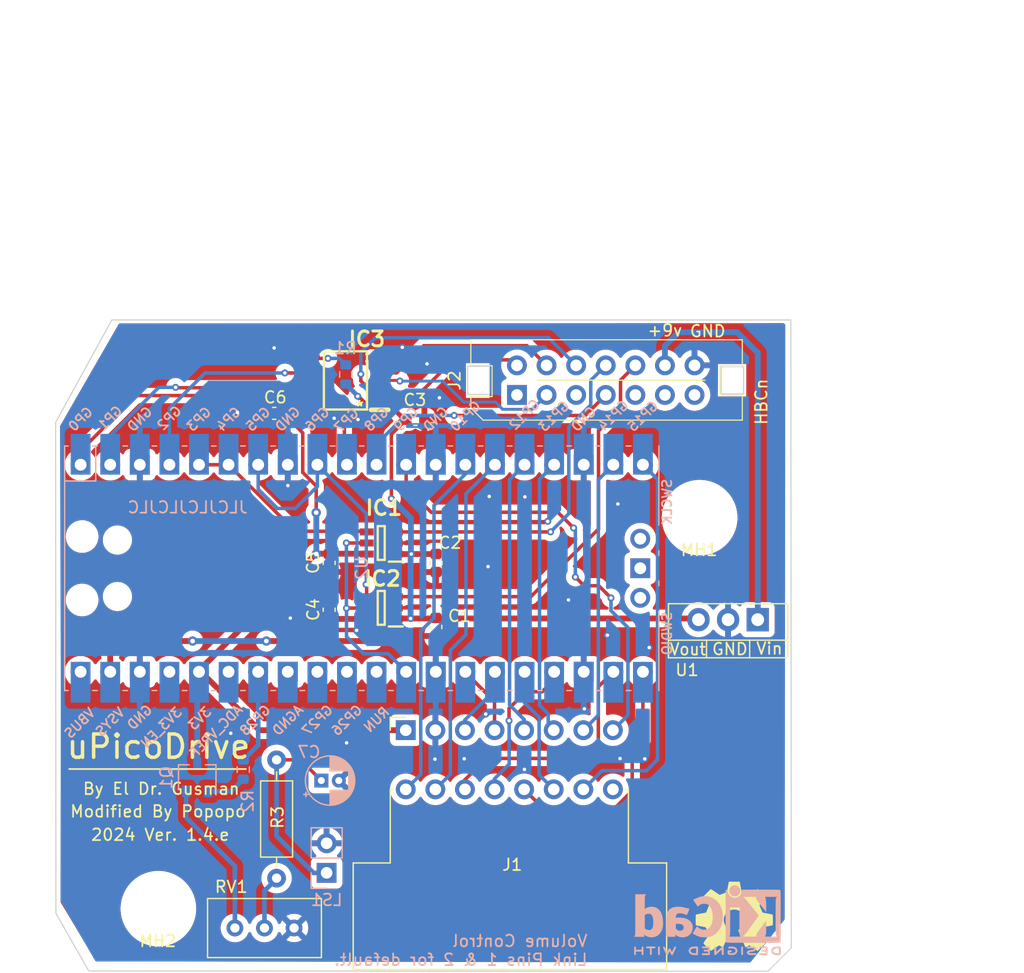
<source format=kicad_pcb>
(kicad_pcb (version 20240108) (generator "pcbnew") (generator_version "8.0")
  (title_block (title "Micro Pico Drive Board") (date "2024-01-05") (rev "1.4.b") (comment 1 "Original work: Dr. Gusman") (comment 2 "Modify by: Popopo"))
  (layers (0 "F.Cu" signal) (31 "B.Cu" signal) (34 "B.Paste" user) (35 "F.Paste" user) (36 "B.SilkS" user "B.Silkscreen") (37 "F.SilkS" user "F.Silkscreen") (38 "B.Mask" user) (39 "F.Mask" user) (44 "Edge.Cuts" user))
  (net 0 "")
  (net 1 "+5V")
  (net 2 "GND")
  (net 3 "+3V3")
  (net 4 "/QL2PICO_ERASE")
  (net 5 "/QL_HEAD1")
  (net 6 "/PICO_HEAD1")
  (net 7 "/HEAD_DIR")
  (net 8 "/QL_HEAD2")
  (net 9 "/PICO_HEAD2")
  (net 10 "/QL_CS_IN")
  (net 11 "/QL_CS_CK")
  (net 12 "/QL_R{slash}~{W}")
  (net 13 "/QL_CS_OUT")
  (net 15 "Net-(IC3-OE)")
  (net 17 "/PICO_CS_OUT")
  (net 18 "/PICO_R{slash}~{W}")
  (net 19 "/PICO_CS_CK")
  (net 20 "/PICO_CS_IN")
  (net 21 "+9V")
  (net 22 "/UI_LD_READ")
  (net 23 "/UI_LD_WRITE")
  (net 24 "/UI_SCR_SDA")
  (net 25 "/UI_SD_CS")
  (net 26 "/UI_SCR_SCL")
  (net 27 "/UI_SD_SCK")
  (net 28 "/UI_BTN_BACK")
  (net 29 "/UI_SD_MISO")
  (net 30 "/UI_BTN_NEXT")
  (net 31 "/UI_SD_MOSI")
  (net 32 "/UI_BTN_SELECT")
  (net 33 "/UI_DETECT")
  (net 34 "/UI_LD_SELECT")
  (net 44 "Net-(Q1-B)")
  (net 45 "Net-(Q1-E)")
  (net 46 "/Speaker")
  (net 48 "Net-(R3-Pad1)")
  (net 49 "Net-(C7-Pad1)")
  (footprint "Capacitor_SMD:C_0603_1608Metric" (layer "F.Cu") (at 149.47 96.02 -90)
    (property "Reference" "C2")
    (property "Value" "100nf")
  )
  (footprint "MicroPicoDrive_Driver:MountingHole_3.5mm_safe_screw_area" (layer "F.Cu") (at 125.645 125.7)
    (property "Reference" "MH2")
    (property "Value" "MountingHole")
  )
  (footprint "Capacitor_SMD:C_0603_1608Metric" (layer "F.Cu") (at 140.3 100.03 90)
    (property "Reference" "C4")
    (property "Value" "100nf")
  )
  (footprint "MicroPicoDrive_Driver:SOT95P280X145-6N" (layer "F.Cu") (at 144.77 99.87 180)
    (property "Reference" "IC2")
    (property "Value" "SN74LVC1T45DBVR" (hide yes))
  )
  (footprint "Symbol:OSHW-Symbol_6.7x6mm_SilkScreen" (layer "F.Cu") (at 175.06 126.36)
    (property "Reference" "REF**" (hide yes))
    (property "Value" "OSHW-Symbol_6.7x6mm_SilkScreen" (hide yes))
  )
  (footprint "Capacitor_SMD:C_0603_1608Metric" (layer "F.Cu") (at 149.46 101.51 -90)
    (property "Reference" "C1")
    (property "Value" "100nf")
  )
  (footprint "Capacitor_SMD:C_0603_1608Metric" (layer "F.Cu") (at 140.3 96.01 -90)
    (property "Reference" "C5")
    (property "Value" "100nf")
  )
  (footprint "MicroPicoDrive_Driver:SOT95P280X145-6N" (layer "F.Cu") (at 144.77 94.3 180)
    (property "Reference" "IC1")
    (property "Value" "SN74LVC1T45DBVR" (hide yes))
  )
  (footprint "Resistor_THT:R_Axial_DIN0207_L6.3mm_D2.5mm_P10.16mm_Horizontal" (layer "F.Cu") (at 135.79 123.08 90)
    (property "Reference" "R3")
    (property "Value" "75R")
  )
  (footprint "MicroPicoDrive_Driver:CONN_IDC_2x7" (layer "F.Cu") (at 164.06 80.35 90)
    (property "Reference" "J2")
    (property "Value" "QL_CONN")
  )
  (footprint "Capacitor_SMD:C_0603_1608Metric" (layer "F.Cu") (at 147.7 83.69)
    (property "Reference" "C3")
    (property "Value" "100nf")
  )
  (footprint "Package_TO_SOT_THT:TO-220-3_Vertical" (layer "F.Cu") (at 177.08 100.885 180)
    (property "Reference" "U1")
    (property "Value" "LM7805_TO220")
  )
  (footprint "Capacitor_SMD:C_0603_1608Metric" (layer "F.Cu") (at 135.585 83.17 180)
    (property "Reference" "C6")
    (property "Value" "100nf")
  )
  (footprint "Potentiometer_THT:Potentiometer_Bourns_3296W_Vertical" (layer "F.Cu") (at 137.29 127.36)
    (property "Reference" "RV1")
    (property "Value" "1K")
  )
  (footprint "MicroPicoDrive_Driver:Edge_connector_02x08" (layer "F.Cu") (at 155.765 121.925)
    (property "Reference" "J1")
    (property "Value" "Conn_02x16")
  )
  (footprint "MicroPicoDrive_Driver:TXU0304QPWRQ1" (layer "F.Cu") (at 141.7 80.339579 180)
    (property "Reference" "IC3")
    (property "Value" "TXU0304QPWRQ1" (hide yes))
  )
  (footprint "MicroPicoDrive_Driver:MountingHole_3.5mm_safe_screw_area" (layer "F.Cu") (at 172.1 92.125)
    (property "Reference" "MH1")
    (property "Value" "MountingHole")
  )
  (footprint "Symbol:KiCad-Logo2_5mm_SilkScreen" (layer "B.Cu") (at 172.77 126.68 180)
    (property "Reference" "REF**" (hide yes))
    (property "Value" "KiCad-Logo2_5mm_SilkScreen" (hide yes))
  )
  (footprint "Package_TO_SOT_SMD:SOT-23W" (layer "B.Cu") (at 128.98 114.42 90)
    (property "Reference" "Q1")
    (property "Value" "Q_NPN_BEC")
  )
  (footprint "MicroPicoDrive_Driver:RPi_Pico_SMD_TH" (layer "B.Cu") (at 143.1 96.47 -90)
    (property "Reference" "U2")
    (property "Value" "Pico")
  )
  (footprint "Connector_PinHeader_2.54mm:PinHeader_1x02_P2.54mm_Vertical" (layer "B.Cu") (at 140.085 122.625)
    (property "Reference" "LS1")
    (property "Value" "Speaker")
  )
  (footprint "Resistor_SMD:R_0603_1608Metric" (layer "B.Cu") (at 132.93 113.76 90)
    (property "Reference" "R2")
    (property "Value" "5K6")
  )
  (footprint "Capacitor_THT:CP_Radial_D4.0mm_P1.50mm" (layer "B.Cu") (at 139.63 114.7)
    (property "Reference" "C7")
    (property "Value" "22uF_16V")
  )
  (footprint "Resistor_SMD:R_0603_1608Metric" (layer "B.Cu") (at 141.725 79.825 -90)
    (property "Reference" "R1")
    (property "Value" "4k7")
  )
  (gr_line (start 117.99 113.71) (end 133.15 113.71) (stroke (width 0.15)) (layer "F.SilkS"))
  (gr_line (start 158.17 80.32) (end 172.57 80.325) (stroke (width 0.1)) (layer "F.SilkS"))
  (gr_line (start 179.925 75.15) (end 179.965 129.07) (stroke (width 0.1)) (layer "Edge.Cuts"))
  (gr_line (start 121.65 75.15) (end 179.925 75.15) (stroke (width 0.1)) (layer "Edge.Cuts"))
  (gr_line (start 119.675 131.05) (end 177.965 131.07) (stroke (width 0.1)) (layer "Edge.Cuts"))
  (gr_line (start 121.65 75.15) (end 116.825 83.95) (stroke (width 0.1)) (layer "Edge.Cuts"))
  (gr_rect (start 152.19 79.1325) (end 154.06 81.5425) (stroke (width 0.1)) (fill none) (layer "Edge.Cuts"))
  (gr_line (start 116.825 83.95) (end 116.85 126.1) (stroke (width 0.1)) (layer "Edge.Cuts"))
  (gr_rect (start 173.95 79.165) (end 175.87 81.5) (stroke (width 0.1)) (fill none) (layer "Edge.Cuts"))
  (gr_line (start 119.675 131.05) (end 116.85 126.1) (stroke (width 0.1)) (layer "Edge.Cuts"))
  (gr_line (start 177.965 131.07) (end 179.965 129.07) (stroke (width 0.1)) (layer "Edge.Cuts"))
  (gr_text "JLCJLCJLCJLC" (at 133.4 91.825 0) (layer "B.SilkS") (effects (font (size 1 1)) (justify left bottom mirror)))
  (gr_text "Volume Control\nLink Pins 1 & 2 for default." (at 162.56 130.67 0) (layer "B.SilkS") (effects (font (size 1 1)) (justify left bottom mirror)))
  (gr_text "GND" (at 173.07 104 0) (layer "F.SilkS") (effects (font (size 1 1)) (justify left bottom)))
  (gr_text "*" (at 142.44 83.21 0) (layer "F.SilkS") (effects (font (size 1 1)) (justify left bottom)))
  (gr_text "GND" (at 171.17 76.7 0) (layer "F.SilkS") (effects (font (size 1 1)) (justify left bottom)))
  (gr_text "+9v" (at 167.54 76.63 0) (layer "F.SilkS") (effects (font (size 1 1)) (justify left bottom)))
  (gr_text "Vout" (at 169.45 104.01 0) (layer "F.SilkS") (effects (font (size 1 0.95)) (justify left bottom)))
  (gr_text "2024 Ver. 1.4.e" (at 125.805 119.355 0) (layer "F.SilkS") (effects (font (size 1 1))))
  (gr_text "Modified By Popopo" (at 125.61 117.35 0) (layer "F.SilkS") (effects (font (size 1 1))))
  (gr_text "HBCn" (at 177.975 84.25 90) (layer "F.SilkS") (effects (font (size 1 1)) (justify left bottom)))
  (gr_text "Vin" (at 176.87 103.95 0) (layer "F.SilkS") (effects (font (size 1 1)) (justify left bottom)))
  (gr_text "By El Dr. Gusman" (at 125.895 115.405 0) (layer "F.SilkS") (effects (font (size 1 1))))
  (gr_text "uPicoDrive" (at 125.66 111.79 0) (layer "F.SilkS") (effects (font (size 2 2) (thickness 0.3))))
  (segment (start 149.475 95.26) (end 149.465 95.25) (width 0.5) (layer "F.Cu") (net 1))
  (segment (start 147.29 100.78) (end 171.895 100.78) (width 0.5) (layer "F.Cu") (net 1))
  (segment (start 146.06 100.78) (end 146.02 100.82) (width 0.5) (layer "F.Cu") (net 1))
  (segment (start 147.29 100.78) (end 146.06 100.78) (width 0.5) (layer "F.Cu") (net 1))
  (segment (start 145.64 84.975) (end 146.925 83.69) (width 0.3) (layer "F.Cu") (net 1))
  (segment (start 144.12 102.72) (end 146.02 100.82) (width 0.5) (layer "F.Cu") (net 1))
  (segment (start 145.64 90.49) (end 145.64 84.975) (width 0.3) (layer "F.Cu") (net 1))
  (segment (start 121.51 103.74) (end 121.51 105.36) (width 0.5) (layer "F.Cu") (net 1))
  (segment (start 128.58 102.72) (end 122.53 102.72) (width 0.5) (layer "F.Cu") (net 1))
  (segment (start 143.339579 82.289579) (end 144.638 82.289579) (width 0.4) (layer "F.Cu") (net 1))
  (segment (start 171.895 100.78) (end 171.925 100.81) (width 0.5) (layer "F.Cu") (net 1))
  (segment (start 146.74 83.69) (end 146.925 83.69) (width 0.4) (layer "F.Cu") (net 1))
  (segment (start 144.638 82.289579) (end 145.339579 82.289579) (width 0.4) (layer "F.Cu") (net 1))
  (segment (start 149.465 95.25) (end 146.02 95.25) (width 0.5) (layer "F.Cu") (net 1))
  (segment (start 145.339579 82.289579) (end 146.74 83.69) (width 0.4) (layer "F.Cu") (net 1))
  (segment (start 134.91 102.72) (end 144.12 102.72) (width 0.5) (layer "F.Cu") (net 1))
  (segment (start 122.53 102.72) (end 121.51 103.74) (width 0.5) (layer "F.Cu") (net 1))
  (segment (start 142.75 81.7) (end 143.339579 82.289579) (width 0.4) (layer "F.Cu") (net 1))
  (via (at 142.75 81.7) (size 0.6) (drill 0.3) (layers "F.Cu" "B.Cu") (net 1))
  (via (at 128.58 102.72) (size 0.8) (drill 0.4) (layers "F.Cu" "B.Cu") (net 1))
  (via (at 147.29 100.78) (size 0.6) (drill 0.3) (layers "F.Cu" "B.Cu") (net 1))
  (via (at 134.91 102.72) (size 0.8) (drill 0.4) (layers "F.Cu" "B.Cu") (net 1))
  (via (at 147.35 95.25) (size 0.6) (drill 0.3) (layers "F.Cu" "B.Cu") (net 1))
  (via (at 145.64 90.49) (size 0.6) (drill 0.3) (layers "F.Cu" "B.Cu") (net 1))
  (segment (start 147.35 95.25) (end 147.32 95.22) (width 0.5) (layer "B.Cu") (net 1))
  (segment (start 147.29 95.31) (end 147.29 100.78) (width 0.5) (layer "B.Cu") (net 1))
  (segment (start 147.32 95.22) (end 147.32 92.17) (width 0.5) (layer "B.Cu") (net 1))
  (segment (start 147.35 95.25) (end 147.29 95.31) (width 0.5) (layer "B.Cu") (net 1))
  (segment (start 142.75 81.7) (end 142.75 81.675) (width 0.4) (layer "B.Cu") (net 1))
  (segment (start 147.32 92.17) (end 145.64 90.49) (width 0.5) (layer "B.Cu") (net 1))
  (segment (start 142.75 81.675) (end 141.725 80.65) (width 0.4) (layer "B.Cu") (net 1))
  (segment (start 134.91 102.72) (end 128.58 102.72) (width 0.5) (layer "B.Cu") (net 1))
  (via (at 164.18 102.22) (size 0.6) (drill 0.3) (layers "F.Cu" "B.Cu") (net 2))
  (via (at 148.7 78.92) (size 0.6) (drill 0.3) (layers "F.Cu" "B.Cu") (net 2))
  (via (at 135.58 77.55) (size 0.6) (drill 0.3) (layers "F.Cu" "B.Cu") (net 2))
  (via (at 154.04 90.3) (size 0.6) (drill 0.3) (layers "F.Cu" "B.Cu") (net 2))
  (via (at 146.58 77.5) (size 0.6) (drill 0.3) (layers "F.Cu" "B.Cu") (net 2))
  (via (at 162.2 108.54) (size 0.6) (drill 0.3) (layers "F.Cu" "B.Cu") (net 2))
  (via (at 165.08 90.95) (size 0.6) (drill 0.3) (layers "F.Cu" "B.Cu") (net 2))
  (via (at 157.1 90.34) (size 0.6) (drill 0.3) (layers "F.Cu" "B.Cu") (net 2))
  (via (at 136.97 100.75) (size 0.6) (drill 0.3) (layers "F.Cu" "B.Cu") (net 2))
  (via (at 142.66 101.8) (size 0.6) (drill 0.3) (layers "F.Cu" "B.Cu") (net 2))
  (via (at 141.8 111.46) (size 0.6) (drill 0.3) (layers "F.Cu" "B.Cu") (net 2))
  (via (at 167.39 112.84) (size 0.6) (drill 0.3) (layers "F.Cu" "B.Cu") (net 2))
  (via (at 165.27 112.81) (size 0.6) (drill 0.3) (layers "F.Cu" "B.Cu") (net 2))
  (via (at 149.76 81.83) (size 0.6) (drill 0.3) (layers "F.Cu" "B.Cu") (net 2))
  (via (at 151.89 112.83) (size 0.6) (drill 0.3) (layers "F.Cu" "B.Cu") (net 2))
  (via (at 153.74 108.99) (size 0.6) (drill 0.3) (layers "F.Cu" "B.Cu") (net 2))
  (via (at 167.77 103.28) (size 0.6) (drill 0.3) (layers "F.Cu" "B.Cu") (net 2))
  (via (at 160.841681 99.191187) (size 0.6) (drill 0.3) (layers "F.Cu" "B.Cu") (net 2))
  (via (at 131.86 110.64) (size 0.6) (drill 0.3) (layers "F.Cu" "B.Cu") (net 2))
  (via (at 149.38 112.86) (size 0.6) (drill 0.3) (layers "F.Cu" "B.Cu") (net 2))
  (via (at 157.06 113.74) (size 0.6) (drill 0.3) (layers "F.Cu" "B.Cu") (net 2))
  (via (at 136.76 89.37) (size 0.6) (drill 0.3) (layers "F.Cu" "B.Cu") (net 2))
  (via (at 159.06 92.44) (size 0.6) (drill 0.3) (layers "F.Cu" "B.Cu") (net 2))
  (via (at 153.94 96.33) (size 0.6) (drill 0.3) (layers "F.Cu" "B.Cu") (net 2))
  (via (at 132.42 83.09) (size 0.6) (drill 0.3) (layers "F.Cu" "B.Cu") (net 2))
  (via (at 142.775 83.7) (size 0.6) (drill 0.3) (layers "F.Cu" "B.Cu") (net 2))
  (via (at 140.73 83.59) (size 0.6) (drill 0.3) (layers "F.Cu" "B.Cu") (net 2))
  (segment (start 139.19 91.69) (end 139.19 89.4) (width 0.3) (layer "F.Cu") (net 3))
  (segment (start 134.315 110.375) (end 129.3 105.36) (width 0.5) (layer "F.Cu") (net 3))
  (segment (start 146.875 110.375) (end 134.315 110.375) (width 0.5) (layer "F.Cu") (net 3))
  (segment (start 136.765 97.625) (end 136.765 98.535) (width 0.5) (layer "F.Cu") (net 3))
  (segment (start 136.318598 98.071402) (end 136.318598 98.088598) (width 0.5) (layer "F.Cu") (net 3))
  (segment (start 143.49 95.22) (end 143.52 95.25) (width 0.5) (layer "F.Cu") (net 3))
  (segment (start 137.240421 82.289579) (end 138.762 82.289579) (width 0.4) (layer "F.Cu") (net 3))
  (segment (start 135.88 98.5) (end 129.13 105.25) (width 0.5) (layer "F.Cu") (net 3))
  (segment (start 138.036 84.846) (end 136.36 83.17) (width 0.3) (layer "F.Cu") (net 3))
  (segment (start 129.3 105.36) (end 129.13 105.36) (width 0.5) (layer "F.Cu") (net 3))
  (segment (start 139.2 95.24) (end 139.22 95.22) (width 0.5) (layer "F.Cu") (net 3))
  (segment (start 136.765 98.535) (end 139.05 100.82) (width 0.5) (layer "F.Cu") (net 3))
  (segment (start 136.73 98.5) (end 136.765 98.535) (width 0.5) (layer "F.Cu") (net 3))
  (segment (start 139.19 89.4) (end 138.036 88.246) (width 0.3) (layer "F.Cu") (net 3))
  (segment (start 135.88 98.5) (end 136.73 98.5) (width 0.5) (layer "F.Cu") (net 3))
  (segment (start 136.308598 98.071402) (end 135.88 98.5) (width 0.5) (layer "F.Cu") (net 3))
  (segment (start 136.318598 98.071402) (end 136.308598 98.071402) (width 0.5) (layer "F.Cu") (net 3))
  (segment (start 136.318598 98.088598) (end 136.765 98.535) (width 0.5) (layer "F.Cu") (net 3))
  (segment (start 139.22 95.22) (end 143.49 95.22) (width 0.5) (layer "F.Cu") (net 3))
  (segment (start 136.8 97.59) (end 136.318598 98.071402) (width 0.5) (layer "F.Cu") (net 3))
  (segment (start 136.8 97.59) (end 136.765 97.625) (width 0.5) (layer "F.Cu") (net 3))
  (segment (start 136.36 83.17) (end 137.240421 82.289579) (width 0.4) (layer "F.Cu") (net 3))
  (segment (start 139.15 95.24) (end 136.8 97.59) (width 0.5) (layer "F.Cu") (net 3))
  (segment (start 129.13 105.25) (end 129.13 105.36) (width 0.5) (layer "F.Cu") (net 3))
  (segment (start 138.036 88.246) (end 138.036 84.846) (width 0.3) (layer "F.Cu") (net 3))
  (segment (start 139.05 100.82) (end 143.52 100.82) (width 0.5) (layer "F.Cu") (net 3))
  (segment (start 139.2 95.24) (end 139.15 95.24) (width 0.5) (layer "F.Cu") (net 3))
  (via (at 139.2 95.24) (size 0.8) (drill 0.4) (layers "F.Cu" "B.Cu") (net 3))
  (via (at 139.19 91.69) (size 0.8) (drill 0.4) (layers "F.Cu" "B.Cu") (net 3))
  (segment (start 128.98 105.51) (end 128.98 113.22) (width 0.5) (layer "B.Cu") (net 3))
  (segment (start 129.13 105.36) (end 128.98 105.51) (width 0.5) (layer "B.Cu") (net 3))
  (segment (start 139.2 91.7) (end 139.19 91.69) (width 0.5) (layer "B.Cu") (net 3))
  (segment (start 139.2 95.24) (end 139.2 91.7) (width 0.5) (layer "B.Cu") (net 3))
  (segment (start 151.03 83.35) (end 162.28 83.35) (width 0.3) (layer "F.Cu") (net 4))
  (segment (start 162.28 83.35) (end 164.04 81.59) (width 0.3) (layer "F.Cu") (net 4))
  (via (at 151.03 83.35) (size 0.6) (drill 0.3) (layers "F.Cu" "B.Cu") (net 4))
  (segment (start 144.37 85.812) (end 144.37 87.58) (width 0.3) (layer "B.Cu") (net 4))
  (segment (start 151.03 83.35) (end 146.832 83.35) (width 0.3) (layer "B.Cu") (net 4))
  (segment (start 146.832 83.35) (end 144.37 85.812) (width 0.3) (layer "B.Cu") (net 4))
  (segment (start 159.3 93.35) (end 146.02 93.35) (width 0.3) (layer "F.Cu") (net 5))
  (segment (start 159.305 93.345) (end 159.3 93.35) (width 0.3) (layer "F.Cu") (net 5))
  (via (at 159.305 93.345) (size 0.6) (drill 0.3) (layers "F.Cu" "B.Cu") (net 5))
  (segment (start 160.87 84.33) (end 162.754 82.446) (width 0.3) (layer "B.Cu") (net 5))
  (segment (start 160.87 91.78) (end 160.87 84.33) (width 0.3) (layer "B.Cu") (net 5))
  (segment (start 159.305 93.345) (end 160.87 91.78) (width 0.3) (layer "B.Cu") (net 5))
  (segment (start 162.754 82.446) (end 162.754 80.336) (width 0.3) (layer "B.Cu") (net 5))
  (segment (start 162.754 80.336) (end 164.04 79.05) (width 0.3) (layer "B.Cu") (net 5))
  (segment (start 131.67 87.58) (end 137.38 93.29) (width 0.3) (layer "F.Cu") (net 6))
  (segment (start 143.46 93.29) (end 143.52 93.35) (width 0.3) (layer "F.Cu") (net 6))
  (segment (start 137.38 93.29) (end 143.46 93.29) (width 0.3) (layer "F.Cu") (net 6))
  (segment (start 129.3 87.58) (end 131.67 87.58) (width 0.3) (layer "F.Cu") (net 6))
  (segment (start 141.8 99.89) (end 143.5 99.89) (width 0.3) (layer "F.Cu") (net 7))
  (segment (start 143.5 99.89) (end 143.52 99.87) (width 0.3) (layer "F.Cu") (net 7))
  (segment (start 141.79 99.9) (end 141.8 99.89) (width 0.3) (layer "F.Cu") (net 7))
  (segment (start 141.78 94.3) (end 143.52 94.3) (width 0.3) (layer "F.Cu") (net 7))
  (via (at 141.79 99.9) (size 0.6) (drill 0.3) (layers "F.Cu" "B.Cu") (net 7))
  (via (at 141.78 94.3) (size 0.6) (drill 0.3) (layers "F.Cu" "B.Cu") (net 7))
  (segment (start 141.78 94.3) (end 141.78 99.89) (width 0.3) (layer "B.Cu") (net 7))
  (segment (start 141.79 99.9) (end 141.79 102.34) (width 0.3) (layer "B.Cu") (net 7))
  (segment (start 145.36 103.81) (end 146.91 105.36) (width 0.3) (layer "B.Cu") (net 7))
  (segment (start 143.26 103.81) (end 145.36 103.81) (width 0.3) (layer "B.Cu") (net 7))
  (segment (start 141.78 99.89) (end 141.79 99.9) (width 0.3) (layer "B.Cu") (net 7))
  (segment (start 141.79 102.34) (end 143.26 103.81) (width 0.3) (layer "B.Cu") (net 7))
  (segment (start 165.31 80.32) (end 166.58 79.05) (width 0.3) (layer "F.Cu") (net 8))
  (segment (start 146.09 98.91) (end 157.61 98.91) (width 0.3) (layer "F.Cu") (net 8))
  (segment (start 165.31 82.78) (end 165.31 80.32) (width 0.3) (layer "F.Cu") (net 8))
  (segment (start 163.42 93.1) (end 163.42 84.67) (width 0.3) (layer "F.Cu") (net 8))
  (segment (start 157.61 98.91) (end 163.42 93.1) (width 0.3) (layer "F.Cu") (net 8))
  (segment (start 163.42 84.67) (end 165.31 82.78) (width 0.3) (layer "F.Cu") (net 8))
  (segment (start 143.47 97.86) (end 143.52 97.91) (width 0.3) (layer "F.Cu") (net 9))
  (segment (start 143.52 97.91) (end 143.52 98.92) (width 0.3) (layer "F.Cu") (net 9))
  (via (at 143.47 97.86) (size 0.6) (drill 0.3) (layers "F.Cu" "B.Cu") (net 9))
  (segment (start 143.49 91.78) (end 139.29 87.58) (width 0.3) (layer "B.Cu") (net 9))
  (segment (start 143.49 97.84) (end 143.49 91.78) (width 0.3) (layer "B.Cu") (net 9))
  (segment (start 143.47 97.86) (end 143.49 97.84) (width 0.3) (layer "B.Cu") (net 9))
  (segment (start 134.21 89.68) (end 135.86 91.33) (width 0.3) (layer "B.Cu") (net 9))
  (segment (start 135.86 91.33) (end 137.4 91.33) (width 0.3) (layer "B.Cu") (net 9))
  (segment (start 134.21 87.58) (end 134.21 89.68) (width 0.3) (layer "B.Cu") (net 9))
  (segment (start 137.4 91.33) (end 139.29 89.44) (width 0.3) (layer "B.Cu") (net 9))
  (segment (start 139.29 89.44) (end 139.29 87.58) (width 0.3) (layer "B.Cu") (net 9))
  (segment (start 147.880421 81.639579) (end 144.638 81.639579) (width 0.3) (layer "F.Cu") (net 10))
  (segment (start 156.42 79.05) (end 155.945 78.575) (width 0.3) (layer "F.Cu") (net 10))
  (segment (start 155.945 78.575) (end 150.945 78.575) (width 0.3) (layer "F.Cu") (net 10))
  (segment (start 150.945 78.575) (end 147.880421 81.639579) (width 0.3) (layer "F.Cu") (net 10))
  (segment (start 143.02 79.8) (end 143.02 80.384079) (width 0.3) (layer "F.Cu") (net 11))
  (segment (start 143.6255 80.989579) (end 144.638 80.989579) (width 0.3) (layer "F.Cu") (net 11))
  (segment (start 143.02 80.384079) (end 143.6255 80.989579) (width 0.3) (layer "F.Cu") (net 11))
  (via (at 143.02 79.8) (size 0.6) (drill 0.3) (layers "F.Cu" "B.Cu") (net 11))
  (segment (start 144.265 76.675) (end 159.125 76.675) (width 0.3) (layer "B.Cu") (net 11))
  (segment (start 143.02 77.92) (end 144.265 76.675) (width 0.3) (layer "B.Cu") (net 11))
  (segment (start 143.02 79.8) (end 143.02 77.92) (width 0.3) (layer "B.Cu") (net 11))
  (segment (start 159.125 76.675) (end 161.5 79.05) (width 0.3) (layer "B.Cu") (net 11))
  (segment (start 146.37 80.393079) (end 146.3165 80.339579) (width 0.25) (layer "F.Cu") (net 12))
  (segment (start 146.3165 80.339579) (end 144.638 80.339579) (width 0.25) (layer "F.Cu") (net 12))
  (via (at 146.37 80.393079) (size 0.6) (drill 0.3) (layers "F.Cu" "B.Cu") (net 12))
  (segment (start 146.376921 80.4) (end 150.05 80.4) (width 0.25) (layer "B.Cu") (net 12))
  (segment (start 151.85 82.2) (end 154.572 82.2) (width 0.25) (layer "B.Cu") (net 12))
  (segment (start 150.05 80.4) (end 151.85 82.2) (width 0.25) (layer "B.Cu") (net 12))
  (segment (start 157.731 82.819) (end 158.96 81.59) (width 0.25) (layer "B.Cu") (net 12))
  (segment (start 146.37 80.393079) (end 146.376921 80.4) (width 0.25) (layer "B.Cu") (net 12))
  (segment (start 155.191 82.819) (end 157.731 82.819) (width 0.25) (layer "B.Cu") (net 12))
  (segment (start 154.572 82.2) (end 155.191 82.819) (width 0.25) (layer "B.Cu") (net 12))
  (segment (start 148.42 77.36) (end 157.27 77.36) (width 0.3) (layer "F.Cu") (net 13))
  (segment (start 146.090421 79.689579) (end 148.42 77.36) (width 0.3) (layer "F.Cu") (net 13))
  (segment (start 144.638 79.689579) (end 146.090421 79.689579) (width 0.3) (layer "F.Cu") (net 13))
  (segment (start 157.27 77.36) (end 158.96 79.05) (width 0.3) (layer "F.Cu") (net 13))
  (segment (start 138.822421 78.45) (end 138.762 78.389579) (width 0.3) (layer "F.Cu") (net 15))
  (segment (start 140.2 78.45) (end 138.822421 78.45) (width 0.3) (layer "F.Cu") (net 15))
  (via (at 140.2 78.45) (size 0.6) (drill 0.3) (layers "F.Cu" "B.Cu") (net 15))
  (segment (start 141.175 78.45) (end 141.725 79) (width 0.3) (layer "B.Cu") (net 15))
  (segment (start 140.2 78.45) (end 141.175 78.45) (width 0.3) (layer "B.Cu") (net 15))
  (segment (start 138.751579 79.7) (end 138.762 79.689579) (width 0.3) (layer "F.Cu") (net 17))
  (segment (start 136.5 79.7) (end 138.751579 79.7) (width 0.3) (layer "F.Cu") (net 17))
  (via (at 136.5 79.7) (size 0.6) (drill 0.3) (layers "F.Cu" "B.Cu") (net 17))
  (segment (start 126.59 82.76) (end 126.59 87.58) (width 0.3) (layer "B.Cu") (net 17))
  (segment (start 129.65 79.7) (end 126.59 82.76) (width 0.3) (layer "B.Cu") (net 17))
  (segment (start 136.5 79.7) (end 129.65 79.7) (width 0.3) (layer "B.Cu") (net 17))
  (segment (start 139.599579 80.339579) (end 141.606 82.346) (width 0.3) (layer "F.Cu") (net 18))
  (segment (start 138.762 80.339579) (end 139.599579 80.339579) (width 0.3) (layer "F.Cu") (net 18))
  (segment (start 141.606 82.346) (end 141.606 87.186) (width 0.3) (layer "F.Cu") (net 18))
  (segment (start 141.606 87.186) (end 142 87.58) (width 0.3) (layer "F.Cu") (net 18))
  (segment (start 138.762 80.339579) (end 138.752421 80.33) (width 0.3) (layer "F.Cu") (net 18))
  (segment (start 138.742421 80.97) (end 138.762 80.989579) (width 0.3) (layer "F.Cu") (net 19))
  (segment (start 127.12 80.935579) (end 127.154421 80.97) (width 0.3) (layer "F.Cu") (net 19))
  (segment (start 127.154421 80.97) (end 138.742421 80.97) (width 0.3) (layer "F.Cu") (net 19))
  (via (at 127.12 80.935579) (size 0.6) (drill 0.3) (layers "F.Cu" "B.Cu") (net 19))
  (segment (start 121.51 85.1) (end 121.51 87.58) (width 0.3) (layer "B.Cu") (net 19))
  (segment (start 127.12 80.935579) (end 125.674421 80.935579) (width 0.3) (layer "B.Cu") (net 19))
  (segment (start 125.674421 80.935579) (end 121.51 85.1) (width 0.3) (layer "B.Cu") (net 19))
  (segment (start 123.710421 81.639579) (end 118.97 86.38) (width 0.3) (layer "F.Cu") (net 20))
  (segment (start 138.762 81.639579) (end 123.710421 81.639579) (width 0.3) (layer "F.Cu") (net 20))
  (segment (start 118.97 86.38) (end 118.97 87.58) (width 0.3) (layer "F.Cu") (net 20))
  (segment (start 170.3 76.2) (end 169.12 77.38) (width 0.5) (layer "B.Cu") (net 21))
  (segment (start 177.09 77.97) (end 175.32 76.2) (width 0.5) (layer "B.Cu") (net 21))
  (segment (start 177.08 100.885) (end 177.09 100.875) (width 0.5) (layer "B.Cu") (net 21))
  (segment (start 175.32 76.2) (end 170.3 76.2) (width 0.5) (layer "B.Cu") (net 21))
  (segment (start 169.12 77.38) (end 169.12 79.05) (width 0.5) (layer "B.Cu") (net 21))
  (segment (start 177.09 100.875) (end 177.09 77.97) (width 0.5) (layer "B.Cu") (net 21))
  (segment (start 148.161 110.894424) (end 148.161 108.414) (width 0.3) (layer "B.Cu") (net 22))
  (segment (start 148.161 108.414) (end 148.164 108.411) (width 0.3) (layer "B.Cu") (net 22))
  (segment (start 151.99 88.39) (end 151.99 87.58) (width 0.3) (layer "B.Cu") (net 22))
  (segment (start 149.3 100.73) (end 149.3 91.08) (width 0.3) (layer "B.Cu") (net 22))
  (segment (start 148.164 104.109) (end 148.161 104.106) (width 0.3) (layer "B.Cu") (net 22))
  (segment (start 148.164 108.411) (end 148.164 104.109) (width 0.3) (layer "B.Cu") (net 22))
  (segment (start 148.164 114.166) (end 148.164 110.897424) (width 0.3) (layer "B.Cu") (net 22))
  (segment (start 146.875 115.455) (end 148.164 114.166) (width 0.3) (layer "B.Cu") (net 22))
  (segment (start 149.3 91.08) (end 151.99 88.39) (width 0.3) (layer "B.Cu") (net 22))
  (segment (start 148.161 101.869) (end 149.3 100.73) (width 0.3) (layer "B.Cu") (net 22))
  (segment (start 148.161 104.106) (end 148.161 101.869) (width 0.3) (layer "B.Cu") (net 22))
  (segment (start 148.164 110.897424) (end 148.161 110.894424) (width 0.3) (layer "B.Cu") (net 22))
  (segment (start 150.701 103.509) (end 152.04 102.17) (width 0.3) (layer "B.Cu") (net 23))
  (segment (start 150.701 104.103) (end 150.701 103.509) (width 0.3) (layer "B.Cu") (net 23))
  (segment (start 150.701 108.414) (end 150.704 108.414) (width 0.3) (layer "B.Cu") (net 23))
  (segment (start 150.701 114.169) (end 150.701 108.414) (width 0.3) (layer "B.Cu") (net 23))
  (segment (start 152.04 90.07) (end 154.53 87.58) (width 0.3) (layer "B.Cu") (net 23))
  (segment (start 150.704 104.106) (end 150.701 104.103) (width 0.3) (layer "B.Cu") (net 23))
  (segment (start 149.415 115.455) (end 150.701 114.169) (width 0.3) (layer "B.Cu") (net 23))
  (segment (start 152.04 102.17) (end 152.04 90.07) (width 0.3) (layer "B.Cu") (net 23))
  (segment (start 150.704 108.414) (end 150.704 104.106) (width 0.3) (layer "B.Cu") (net 23))
  (segment (start 151.955 109.495) (end 154.53 106.92) (width 0.3) (layer "B.Cu") (net 24))
  (segment (start 154.53 106.92) (end 154.53 105.36) (width 0.3) (layer "B.Cu") (net 24))
  (segment (start 151.955 110.375) (end 151.955 109.495) (width 0.3) (layer "B.Cu") (net 24))
  (segment (start 151.955 114.635) (end 153.79 112.8) (width 0.3) (layer "F.Cu") (net 25))
  (segment (start 163.401 106.649) (end 164.69 105.36) (width 0.3) (layer "F.Cu") (net 25))
  (segment (start 151.955 115.455) (end 151.955 114.635) (width 0.3) (layer "F.Cu") (net 25))
  (segment (start 163.401 111.319) (end 163.401 106.649) (width 0.3) (layer "F.Cu") (net 25))
  (segment (start 161.92 112.8) (end 163.401 111.319) (width 0.3) (layer "F.Cu") (net 25))
  (segment (start 153.79 112.8) (end 161.92 112.8) (width 0.3) (layer "F.Cu") (net 25))
  (segment (start 154.495 110.375) (end 154.495 107.915) (width 0.3) (layer "F.Cu") (net 26))
  (segment (start 154.495 107.915) (end 151.99 105.41) (width 0.3) (layer "F.Cu") (net 26))
  (segment (start 151.99 105.41) (end 151.99 105.36) (width 0.3) (layer "F.Cu") (net 26))
  (segment (start 155.74 108.51) (end 157.18 107.07) (width 0.3) (layer "F.Cu") (net 27))
  (segment (start 157.18 107.07) (end 158.58 107.07) (width 0.3) (layer "F.Cu") (net 27))
  (segment (start 155.74 109.56) (end 155.74 108.51) (width 0.3) (layer "F.Cu") (net 27))
  (segment (start 158.58 107.07) (end 159.61 106.04) (width 0.3) (layer "F.Cu") (net 27))
  (segment (start 159.61 106.04) (end 159.61 105.36) (width 0.3) (layer "F.Cu") (net 27))
  (via (at 155.74 109.56) (size 0.6) (drill 0.3) (layers "F.Cu" "B.Cu") (net 27))
  (segment (start 155.749 109.855576) (end 155.749 113.291) (width 0.3) (layer "B.Cu") (net 27))
  (segment (start 155.74 109.56) (end 155.74 109.846576) (width 0.3) (layer "B.Cu") (net 27))
  (segment (start 155.74 109.846576) (end 155.749 109.855576) (width 0.3) (layer "B.Cu") (net 27))
  (segment (start 155.749 113.291) (end 154.495 114.545) (width 0.3) (layer "B.Cu") (net 27))
  (segment (start 154.495 114.545) (end 154.495 115.455) (width 0.3) (layer "B.Cu") (net 27))
  (segment (start 155.784 108.204) (end 155.784 88.866) (width 0.3) (layer "B.Cu") (net 28))
  (segment (start 157.035 110.375) (end 157.035 109.455) (width 0.3) (layer "B.Cu") (net 28))
  (segment (start 157.035 109.455) (end 155.784 108.204) (width 0.3) (layer "B.Cu") (net 28))
  (segment (start 155.784 88.866) (end 157.07 87.58) (width 0.3) (layer "B.Cu") (net 28))
  (segment (start 167.23 111.245) (end 167.23 105.36) (width 0.3) (layer "F.Cu") (net 29))
  (segment (start 163.26 117.03) (end 164.853424 117.03) (width 0.3) (layer "F.Cu") (net 29))
  (segment (start 157.035 115.455) (end 158.61 117.03) (width 0.3) (layer "F.Cu") (net 29))
  (segment (start 158.61 117.03) (end 163.401 117.03) (width 0.3) (layer "F.Cu") (net 29))
  (segment (start 166.31 112.165) (end 167.23 111.245) (width 0.3) (layer "F.Cu") (net 29))
  (segment (start 164.853424 117.03) (end 166.31 115.573424) (width 0.3) (layer "F.Cu") (net 29))
  (segment (start 166.31 115.573424) (end 166.31 112.165) (width 0.3) (layer "F.Cu") (net 29))
  (segment (start 159.1 108.97) (end 158.356 108.226) (width 0.3) (layer "B.Cu") (net 30))
  (segment (start 158.356 88.834) (end 159.61 87.58) (width 0.3) (layer "B.Cu") (net 30))
  (segment (start 159.1 109.9) (end 159.1 108.97) (width 0.3) (layer "B.Cu") (net 30))
  (segment (start 158.356 108.226) (end 158.356 88.834) (width 0.3) (layer "B.Cu") (net 30))
  (segment (start 159.575 110.375) (end 159.1 109.9) (width 0.3) (layer "B.Cu") (net 30))
  (segment (start 158.321 114.201) (end 158.321 109.271) (width 0.3) (layer "B.Cu") (net 31))
  (segment (start 159.575 115.455) (end 158.321 114.201) (width 0.3) (layer "B.Cu") (net 31))
  (segment (start 158.321 109.271) (end 157.07 108.02) (width 0.3) (layer "B.Cu") (net 31))
  (segment (start 157.07 108.02) (end 157.07 105.36) (width 0.3) (layer "B.Cu") (net 31))
  (segment (start 162.115 110.375) (end 163.404 109.086) (width 0.3) (layer "B.Cu") (net 32))
  (segment (start 163.404 109.086) (end 163.404 88.866) (width 0.3) (layer "B.Cu") (net 32))
  (segment (start 163.404 88.866) (end 164.69 87.58) (width 0.3) (layer "B.Cu") (net 32))
  (segment (start 167.38 113.85) (end 167.53 113.85) (width 0.3) (layer "B.Cu") (net 33))
  (segment (start 163.72 113.85) (end 167.38 113.85) (width 0.3) (layer "B.Cu") (net 33))
  (segment (start 168.484 88.834) (end 167.23 87.58) (width 0.3) (layer "B.Cu") (net 33))
  (segment (start 168.484 112.896) (end 168.484 88.834) (width 0.3) (layer "B.Cu") (net 33))
  (segment (start 167.53 113.85) (end 168.484 112.896) (width 0.3) (layer "B.Cu") (net 33))
  (segment (start 162.115 115.455) (end 163.72 113.85) (width 0.3) (layer "B.Cu") (net 33))
  (segment (start 159.93 91.66) (end 149.06 91.66) (width 0.3) (layer "F.Cu") (net 34))
  (segment (start 161.43 97.22) (end 162.18 97.97) (width 0.3) (layer "F.Cu") (net 34))
  (segment (start 161.28 93.01) (end 159.93 91.66) (width 0.3) (layer "F.Cu") (net 34))
  (segment (start 149.06 91.66) (end 146.91 89.51) (width 0.3) (layer "F.Cu") (net 34))
  (segment (start 163.44 97.97) (end 164.49 99.02) (width 0.3) (layer "F.Cu") (net 34))
  (segment (start 146.91 89.51) (end 146.91 87.58) (width 0.3) (layer "F.Cu") (net 34))
  (segment (start 162.18 97.97) (end 163.44 97.97) (width 0.3) (layer "F.Cu") (net 34))
  (via (at 161.43 97.22) (size 0.6) (drill 0.3) (layers "F.Cu" "B.Cu") (net 34))
  (via (at 161.28 93.01) (size 0.6) (drill 0.3) (layers "F.Cu" "B.Cu") (net 34))
  (via (at 164.49 99.02) (size 0.6) (drill 0.3) (layers "F.Cu" "B.Cu") (net 34))
  (segment (start 161.43 93.16) (end 161.28 93.01) (width 0.3) (layer "B.Cu") (net 34))
  (segment (start 165.944 101.564) (end 165.944 109.086) (width 0.3) (layer "B.Cu") (net 34))
  (segment (start 164.49 99.02) (end 164.49 100.11) (width 0.3) (layer "B.Cu") (net 34))
  (segment (start 161.43 97.22) (end 161.43 93.16) (width 0.3) (layer "B.Cu") (net 34))
  (segment (start 164.49 100.11) (end 165.944 101.564) (width 0.3) (layer "B.Cu") (net 34))
  (segment (start 165.944 109.086) (end 164.655 110.375) (width 0.3) (layer "B.Cu") (net 34))
  (segment (start 131.895 115.62) (end 132.93 114.585) (width 0.4) (layer "B.Cu") (net 44))
  (segment (start 129.93 115.62) (end 131.895 115.62) (width 0.4) (layer "B.Cu") (net 44))
  (segment (start 128.03 117.87) (end 128.03 115.62) (width 0.4) (layer "B.Cu") (net 45))
  (segment (start 132.21 122.05) (end 128.03 117.87) (width 0.4) (layer "B.Cu") (net 45))
  (segment (start 132.21 127.36) (end 132.21 122.05) (width 0.4) (layer "B.Cu") (net 45))
  (segment (start 134.21 105.36) (end 134.21 111.655) (width 0.4) (layer "B.Cu") (net 46))
  (segment (start 134.21 111.655) (end 132.93 112.935) (width 0.4) (layer "B.Cu") (net 46))
  (segment (start 135.79 123.14) (end 135.78 123.14) (width 0.4) (layer "B.Cu") (net 48))
  (segment (start 134.75 124.17) (end 134.75 127.36) (width 0.4) (layer "B.Cu") (net 48))
  (segment (start 135.78 123.14) (end 134.75 124.17) (width 0.4) (layer "B.Cu") (net 48))
  (segment (start 139.63 114.7) (end 137.85 112.92) (width 0.3) (layer "F.Cu") (net 49))
  (segment (start 137.85 112.92) (end 135.79 112.92) (width 0.3) (layer "F.Cu") (net 49))
  (segment (start 140.085 122.625) (end 138.955 122.625) (width 0.4) (layer "B.Cu") (net 49))
  (segment (start 135.79 119.46) (end 135.79 112.92) (width 0.4) (layer "B.Cu") (net 49))
  (segment (start 138.955 122.625) (end 135.79 119.46) (width 0.4) (layer "B.Cu") (net 49))
  (zone (net 2) (net_name "GND") (layer "F.Cu") (connect_pads (clearance 0.508)) (min_thickness 0.25) (fill yes (thermal_gap 0.5) (thermal_bridge_width 0.5))
    (polygon (pts (xy 117.225 84.225) (xy 117.3375 104.925) (xy 117.25 125.15) (xy 120.3 130.225) (xy 176.375 130.225) (xy 179.25 126.65) (xy 179.4 75.425) (xy 122.275 75.45)))
  )
  (zone (net 0) (net_name "") (layers "F&B.Cu" "Edge.Cuts") (name "PasadorIDC") (connect_pads (clearance 0)) (min_thickness 0.25)
    (keepout (tracks not_allowed) (vias not_allowed) (pads not_allowed) (copperpour not_allowed) (footprints allowed))
    (fill (thermal_gap 0.5) (thermal_bridge_width 0.5))
    (polygon (pts (xy 152.04 78.8575) (xy 154.06 78.8575) (xy 154.06 81.8425) (xy 152.04 81.8425)))
  )
  (zone (net 0) (net_name "") (layers "F&B.Cu" "Edge.Cuts") (name "PasadorIDC") (connect_pads (clearance 0)) (min_thickness 0.25)
    (keepout (tracks not_allowed) (vias not_allowed) (pads not_allowed) (copperpour not_allowed) (footprints allowed))
    (fill (thermal_gap 0.5) (thermal_bridge_width 0.5))
    (polygon (pts (xy 173.675 78.925) (xy 176.1 78.925) (xy 176.1 81.725) (xy 173.65 81.725)))
  )
  (zone (net 2) (net_name "GND") (layer "B.Cu") (priority 1) (connect_pads (clearance 0.508)) (min_thickness 0.25) (fill yes (thermal_gap 0.5) (thermal_bridge_width 0.5))
    (polygon (pts (xy 122.275 75.45) (xy 117.2 84.275) (xy 117.27 106.34) (xy 117.25 125.05) (xy 120.25 130.225) (xy 176.45 130.325) (xy 179.4 126.625) (xy 179.45 75.475)))
  )
)
</source>
